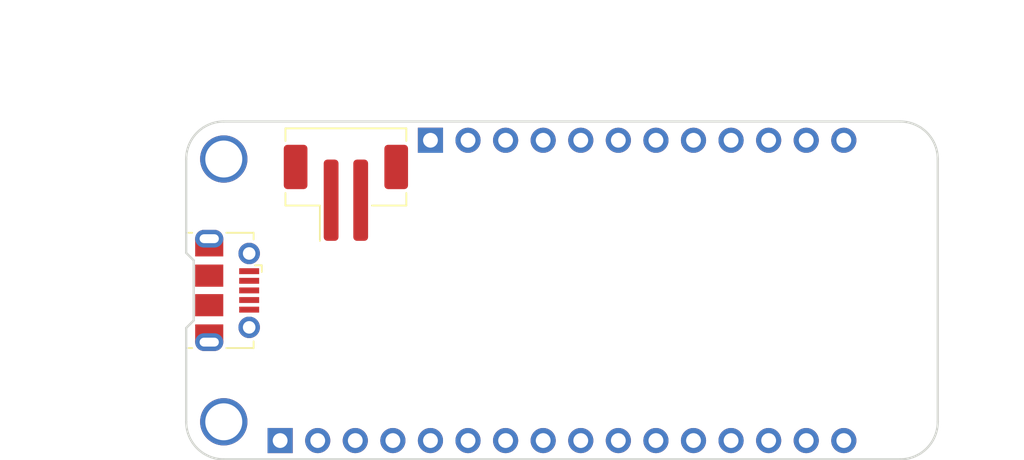
<source format=kicad_pcb>
(kicad_pcb (version 20171130) (host pcbnew "(5.1.9-0-10_14)")

  (general
    (thickness 1.6)
    (drawings 15)
    (tracks 0)
    (zones 0)
    (modules 8)
    (nets 32)
  )

  (page A4)
  (layers
    (0 F.Cu signal)
    (31 B.Cu signal)
    (32 B.Adhes user)
    (33 F.Adhes user)
    (34 B.Paste user)
    (35 F.Paste user)
    (36 B.SilkS user)
    (37 F.SilkS user)
    (38 B.Mask user)
    (39 F.Mask user)
    (40 Dwgs.User user)
    (41 Cmts.User user hide)
    (42 Eco1.User user)
    (43 Eco2.User user)
    (44 Edge.Cuts user)
    (45 Margin user)
    (46 B.CrtYd user)
    (47 F.CrtYd user)
    (48 B.Fab user)
    (49 F.Fab user)
  )

  (setup
    (last_trace_width 0.25)
    (trace_clearance 0.2)
    (zone_clearance 0.508)
    (zone_45_only no)
    (trace_min 0.2)
    (via_size 0.8)
    (via_drill 0.4)
    (via_min_size 0.4)
    (via_min_drill 0.3)
    (uvia_size 0.3)
    (uvia_drill 0.1)
    (uvias_allowed no)
    (uvia_min_size 0.2)
    (uvia_min_drill 0.1)
    (edge_width 0.05)
    (segment_width 0.2)
    (pcb_text_width 0.3)
    (pcb_text_size 1.5 1.5)
    (mod_edge_width 0.12)
    (mod_text_size 1 1)
    (mod_text_width 0.15)
    (pad_size 3.2 3.2)
    (pad_drill 2.5)
    (pad_to_mask_clearance 0.051)
    (solder_mask_min_width 0.25)
    (aux_axis_origin 0 0)
    (visible_elements FFFFF77F)
    (pcbplotparams
      (layerselection 0x010fc_ffffffff)
      (usegerberextensions false)
      (usegerberattributes false)
      (usegerberadvancedattributes false)
      (creategerberjobfile false)
      (excludeedgelayer true)
      (linewidth 0.100000)
      (plotframeref false)
      (viasonmask false)
      (mode 1)
      (useauxorigin false)
      (hpglpennumber 1)
      (hpglpenspeed 20)
      (hpglpendiameter 15.000000)
      (psnegative false)
      (psa4output false)
      (plotreference true)
      (plotvalue true)
      (plotinvisibletext false)
      (padsonsilk false)
      (subtractmaskfromsilk false)
      (outputformat 1)
      (mirror false)
      (drillshape 1)
      (scaleselection 1)
      (outputdirectory ""))
  )

  (net 0 "")
  (net 1 "Net-(J2-Pad3)")
  (net 2 "Net-(J2-Pad4)")
  (net 3 "Net-(J2-Pad2)")
  (net 4 +BATT)
  (net 5 GND)
  (net 6 VBUS)
  (net 7 /MISC)
  (net 8 /TX)
  (net 9 /RX)
  (net 10 /MISO)
  (net 11 /MOSI)
  (net 12 /SCK)
  (net 13 /A5)
  (net 14 /A4)
  (net 15 /A3)
  (net 16 /A2)
  (net 17 /A1)
  (net 18 /A0)
  (net 19 /Aref)
  (net 20 +3V3)
  (net 21 /~RST~)
  (net 22 /SDA)
  (net 23 /SCL)
  (net 24 /GPIO05)
  (net 25 /GPIO06)
  (net 26 /GPIO09)
  (net 27 /GPIO10)
  (net 28 /GPIO11)
  (net 29 /GPIO12)
  (net 30 /GPIO13)
  (net 31 /EN)

  (net_class Default "This is the default net class."
    (clearance 0.2)
    (trace_width 0.25)
    (via_dia 0.8)
    (via_drill 0.4)
    (uvia_dia 0.3)
    (uvia_drill 0.1)
    (add_net +3V3)
    (add_net +BATT)
    (add_net /A0)
    (add_net /A1)
    (add_net /A2)
    (add_net /A3)
    (add_net /A4)
    (add_net /A5)
    (add_net /Aref)
    (add_net /EN)
    (add_net /GPIO05)
    (add_net /GPIO06)
    (add_net /GPIO09)
    (add_net /GPIO10)
    (add_net /GPIO11)
    (add_net /GPIO12)
    (add_net /GPIO13)
    (add_net /MISC)
    (add_net /MISO)
    (add_net /MOSI)
    (add_net /RX)
    (add_net /SCK)
    (add_net /SCL)
    (add_net /SDA)
    (add_net /TX)
    (add_net /~RST~)
    (add_net GND)
    (add_net "Net-(J2-Pad2)")
    (add_net "Net-(J2-Pad3)")
    (add_net "Net-(J2-Pad4)")
    (add_net VBUS)
  )

  (module Connector_JST:JST_PH_B2B-PH-SM4-TB_1x02-1MP_P2.00mm_Vertical (layer F.Cu) (tedit 5B78AD87) (tstamp 5D53D682)
    (at 137.795 86.106)
    (descr "JST PH series connector, B2B-PH-SM4-TB (http://www.jst-mfg.com/product/pdf/eng/ePH.pdf), generated with kicad-footprint-generator")
    (tags "connector JST PH side entry")
    (path /5D4DC9A5)
    (attr smd)
    (fp_text reference J1 (at 0 -5.45) (layer F.SilkS) hide
      (effects (font (size 1 1) (thickness 0.15)))
    )
    (fp_text value Conn_Battery (at 0 4.45) (layer F.Fab) hide
      (effects (font (size 1 1) (thickness 0.15)))
    )
    (fp_line (start -3.975 0.75) (end 3.975 0.75) (layer F.Fab) (width 0.1))
    (fp_line (start -4.085 0.01) (end -4.085 0.86) (layer F.SilkS) (width 0.12))
    (fp_line (start -4.085 0.86) (end -1.76 0.86) (layer F.SilkS) (width 0.12))
    (fp_line (start -1.76 0.86) (end -1.76 3.25) (layer F.SilkS) (width 0.12))
    (fp_line (start 4.085 0.01) (end 4.085 0.86) (layer F.SilkS) (width 0.12))
    (fp_line (start 4.085 0.86) (end 1.76 0.86) (layer F.SilkS) (width 0.12))
    (fp_line (start -4.085 -3.51) (end -4.085 -4.36) (layer F.SilkS) (width 0.12))
    (fp_line (start -4.085 -4.36) (end 4.085 -4.36) (layer F.SilkS) (width 0.12))
    (fp_line (start 4.085 -4.36) (end 4.085 -3.51) (layer F.SilkS) (width 0.12))
    (fp_line (start -3.975 -4.25) (end 3.975 -4.25) (layer F.Fab) (width 0.1))
    (fp_line (start -3.975 0.75) (end -3.975 -4.25) (layer F.Fab) (width 0.1))
    (fp_line (start 3.975 0.75) (end 3.975 -4.25) (layer F.Fab) (width 0.1))
    (fp_line (start -1.25 -2.75) (end -1.25 -2.25) (layer F.Fab) (width 0.1))
    (fp_line (start -1.25 -2.25) (end -0.75 -2.25) (layer F.Fab) (width 0.1))
    (fp_line (start -0.75 -2.25) (end -0.75 -2.75) (layer F.Fab) (width 0.1))
    (fp_line (start -0.75 -2.75) (end -1.25 -2.75) (layer F.Fab) (width 0.1))
    (fp_line (start 0.75 -2.75) (end 0.75 -2.25) (layer F.Fab) (width 0.1))
    (fp_line (start 0.75 -2.25) (end 1.25 -2.25) (layer F.Fab) (width 0.1))
    (fp_line (start 1.25 -2.25) (end 1.25 -2.75) (layer F.Fab) (width 0.1))
    (fp_line (start 1.25 -2.75) (end 0.75 -2.75) (layer F.Fab) (width 0.1))
    (fp_line (start -4.7 -4.75) (end -4.7 3.75) (layer F.CrtYd) (width 0.05))
    (fp_line (start -4.7 3.75) (end 4.7 3.75) (layer F.CrtYd) (width 0.05))
    (fp_line (start 4.7 3.75) (end 4.7 -4.75) (layer F.CrtYd) (width 0.05))
    (fp_line (start 4.7 -4.75) (end -4.7 -4.75) (layer F.CrtYd) (width 0.05))
    (fp_line (start -1.5 0.75) (end -1 0.042893) (layer F.Fab) (width 0.1))
    (fp_line (start -1 0.042893) (end -0.5 0.75) (layer F.Fab) (width 0.1))
    (fp_text user %R (at 0 -1) (layer F.Fab) hide
      (effects (font (size 1 1) (thickness 0.15)))
    )
    (pad MP smd roundrect (at 3.4 -1.75) (size 1.6 3) (layers F.Cu F.Paste F.Mask) (roundrect_rratio 0.15625))
    (pad MP smd roundrect (at -3.4 -1.75) (size 1.6 3) (layers F.Cu F.Paste F.Mask) (roundrect_rratio 0.15625))
    (pad 2 smd roundrect (at 1 0.5) (size 1 5.5) (layers F.Cu F.Paste F.Mask) (roundrect_rratio 0.25)
      (net 4 +BATT))
    (pad 1 smd roundrect (at -1 0.5) (size 1 5.5) (layers F.Cu F.Paste F.Mask) (roundrect_rratio 0.25)
      (net 5 GND))
    (model ${KISYS3DMOD}/Connector_JST.3dshapes/JST_PH_B2B-PH-SM4-TB_1x02-1MP_P2.00mm_Vertical.wrl
      (at (xyz 0 0 0))
      (scale (xyz 1 1 1))
      (rotate (xyz 0 0 0))
    )
  )

  (module Connector_USB:USB_Micro-B_Molex-105017-0001 locked (layer F.Cu) (tedit 5A1DC0BE) (tstamp 5D4E12BF)
    (at 129.794 92.71 270)
    (descr http://www.molex.com/pdm_docs/sd/1050170001_sd.pdf)
    (tags "Micro-USB SMD Typ-B")
    (path /5D4D715B)
    (attr smd)
    (fp_text reference J2 (at 0 -3.1125 90) (layer F.SilkS) hide
      (effects (font (size 1 1) (thickness 0.15)))
    )
    (fp_text value USB_B_Micro (at 0.3 4.3375 90) (layer F.Fab) hide
      (effects (font (size 1 1) (thickness 0.15)))
    )
    (fp_line (start -4.4 3.64) (end 4.4 3.64) (layer F.CrtYd) (width 0.05))
    (fp_line (start 4.4 -2.46) (end 4.4 3.64) (layer F.CrtYd) (width 0.05))
    (fp_line (start -4.4 -2.46) (end 4.4 -2.46) (layer F.CrtYd) (width 0.05))
    (fp_line (start -4.4 3.64) (end -4.4 -2.46) (layer F.CrtYd) (width 0.05))
    (fp_line (start -3.9 -1.7625) (end -3.45 -1.7625) (layer F.SilkS) (width 0.12))
    (fp_line (start -3.9 0.0875) (end -3.9 -1.7625) (layer F.SilkS) (width 0.12))
    (fp_line (start 3.9 2.6375) (end 3.9 2.3875) (layer F.SilkS) (width 0.12))
    (fp_line (start 3.75 3.3875) (end 3.75 -1.6125) (layer F.Fab) (width 0.1))
    (fp_line (start -3 2.689204) (end 3 2.689204) (layer F.Fab) (width 0.1))
    (fp_line (start -3.75 3.389204) (end 3.75 3.389204) (layer F.Fab) (width 0.1))
    (fp_line (start -3.75 -1.6125) (end 3.75 -1.6125) (layer F.Fab) (width 0.1))
    (fp_line (start -3.75 3.3875) (end -3.75 -1.6125) (layer F.Fab) (width 0.1))
    (fp_line (start -3.9 2.6375) (end -3.9 2.3875) (layer F.SilkS) (width 0.12))
    (fp_line (start 3.9 0.0875) (end 3.9 -1.7625) (layer F.SilkS) (width 0.12))
    (fp_line (start 3.9 -1.7625) (end 3.45 -1.7625) (layer F.SilkS) (width 0.12))
    (fp_line (start -1.7 -2.3125) (end -1.25 -2.3125) (layer F.SilkS) (width 0.12))
    (fp_line (start -1.7 -2.3125) (end -1.7 -1.8625) (layer F.SilkS) (width 0.12))
    (fp_line (start -1.3 -1.7125) (end -1.5 -1.9125) (layer F.Fab) (width 0.1))
    (fp_line (start -1.1 -1.9125) (end -1.3 -1.7125) (layer F.Fab) (width 0.1))
    (fp_line (start -1.5 -2.1225) (end -1.1 -2.1225) (layer F.Fab) (width 0.1))
    (fp_line (start -1.5 -2.1225) (end -1.5 -1.9125) (layer F.Fab) (width 0.1))
    (fp_line (start -1.1 -2.1225) (end -1.1 -1.9125) (layer F.Fab) (width 0.1))
    (fp_text user %R (at 0 0.8875 90) (layer F.Fab) hide
      (effects (font (size 1 1) (thickness 0.15)))
    )
    (fp_text user "PCB Edge" (at 0 2.6875 90) (layer Dwgs.User)
      (effects (font (size 0.5 0.5) (thickness 0.08)))
    )
    (pad 6 smd rect (at -2.9 1.2375 270) (size 1.2 1.9) (layers F.Cu F.Mask)
      (net 5 GND))
    (pad 6 smd rect (at 2.9 1.2375 270) (size 1.2 1.9) (layers F.Cu F.Mask)
      (net 5 GND))
    (pad 6 thru_hole oval (at 3.5 1.2375 270) (size 1.2 1.9) (drill oval 0.6 1.3) (layers *.Cu *.Mask)
      (net 5 GND))
    (pad 6 thru_hole oval (at -3.5 1.2375 90) (size 1.2 1.9) (drill oval 0.6 1.3) (layers *.Cu *.Mask)
      (net 5 GND))
    (pad 6 smd rect (at -1 1.2375 270) (size 1.5 1.9) (layers F.Cu F.Paste F.Mask)
      (net 5 GND))
    (pad 6 thru_hole circle (at 2.5 -1.4625 270) (size 1.45 1.45) (drill 0.85) (layers *.Cu *.Mask)
      (net 5 GND))
    (pad 3 smd rect (at 0 -1.4625 270) (size 0.4 1.35) (layers F.Cu F.Paste F.Mask)
      (net 1 "Net-(J2-Pad3)"))
    (pad 4 smd rect (at 0.65 -1.4625 270) (size 0.4 1.35) (layers F.Cu F.Paste F.Mask)
      (net 2 "Net-(J2-Pad4)"))
    (pad 5 smd rect (at 1.3 -1.4625 270) (size 0.4 1.35) (layers F.Cu F.Paste F.Mask)
      (net 5 GND))
    (pad 1 smd rect (at -1.3 -1.4625 270) (size 0.4 1.35) (layers F.Cu F.Paste F.Mask)
      (net 6 VBUS))
    (pad 2 smd rect (at -0.65 -1.4625 270) (size 0.4 1.35) (layers F.Cu F.Paste F.Mask)
      (net 3 "Net-(J2-Pad2)"))
    (pad 6 thru_hole circle (at -2.5 -1.4625 270) (size 1.45 1.45) (drill 0.85) (layers *.Cu *.Mask)
      (net 5 GND))
    (pad 6 smd rect (at 1 1.2375 270) (size 1.5 1.9) (layers F.Cu F.Paste F.Mask)
      (net 5 GND))
    (model ${KISYS3DMOD}/Connector_USB.3dshapes/USB_Micro-B_Molex-105017-0001.wrl
      (at (xyz 0 0 0))
      (scale (xyz 1 1 1))
      (rotate (xyz 0 0 0))
    )
  )

  (module MountingHole:MountingHole_2.5mm_Pad locked (layer F.Cu) (tedit 5D4D8656) (tstamp 5D4E0263)
    (at 129.54 83.82)
    (descr "Mounting Hole 2.5mm")
    (tags "mounting hole 2.5mm")
    (attr virtual)
    (fp_text reference REF** (at 0 -3.5) (layer F.SilkS) hide
      (effects (font (size 1 1) (thickness 0.15)))
    )
    (fp_text value MountingHole_2.5mm_Pad (at 0 3.5) (layer F.Fab) hide
      (effects (font (size 1 1) (thickness 0.15)))
    )
    (fp_text user %R (at 0.3 0) (layer F.Fab) hide
      (effects (font (size 1 1) (thickness 0.15)))
    )
    (pad "" thru_hole circle (at 0 0) (size 3.2 3.2) (drill 2.5) (layers *.Cu *.Mask))
  )

  (module MountingHole:MountingHole_2.5mm_Pad locked (layer F.Cu) (tedit 5D4D8651) (tstamp 5D4E00FA)
    (at 129.54 101.6)
    (descr "Mounting Hole 2.5mm")
    (tags "mounting hole 2.5mm")
    (attr virtual)
    (fp_text reference REF** (at 0 -3.5) (layer F.SilkS) hide
      (effects (font (size 1 1) (thickness 0.15)))
    )
    (fp_text value MountingHole_2.5mm_Pad (at 0 3.5) (layer F.Fab) hide
      (effects (font (size 1 1) (thickness 0.15)))
    )
    (fp_text user %R (at 0.3 0) (layer F.Fab) hide
      (effects (font (size 1 1) (thickness 0.15)))
    )
    (pad "" thru_hole circle (at 0 0) (size 3.2 3.2) (drill 2.5) (layers *.Cu *.Mask))
  )

  (module MountingHole:MountingHole_2.2mm_M2 locked (layer F.Cu) (tedit 5D4D864B) (tstamp 5D4E0624)
    (at 175.26 102.235)
    (descr "Mounting Hole 2.2mm, no annular, M2")
    (tags "mounting hole 2.2mm no annular m2")
    (attr virtual)
    (fp_text reference REF** (at 0 -3.2) (layer F.SilkS) hide
      (effects (font (size 1 1) (thickness 0.15)))
    )
    (fp_text value MountingHole_2.2mm_M2 (at 0 3.2) (layer F.Fab) hide
      (effects (font (size 1 1) (thickness 0.15)))
    )
    (fp_text user %R (at 0.3 0) (layer F.Fab) hide
      (effects (font (size 1 1) (thickness 0.15)))
    )
    (pad 1 np_thru_hole circle (at 0 0) (size 2.2 2.2) (drill 2.2) (layers *.Cu *.Mask))
  )

  (module MountingHole:MountingHole_2.2mm_M2 locked (layer F.Cu) (tedit 5D4D8641) (tstamp 5D4E05EF)
    (at 175.26 83.185)
    (descr "Mounting Hole 2.2mm, no annular, M2")
    (tags "mounting hole 2.2mm no annular m2")
    (attr virtual)
    (fp_text reference REF** (at 0 -3.2) (layer F.SilkS) hide
      (effects (font (size 1 1) (thickness 0.15)))
    )
    (fp_text value MountingHole_2.2mm_M2 (at 0 3.2) (layer F.Fab) hide
      (effects (font (size 1 1) (thickness 0.15)))
    )
    (fp_text user %R (at 0.3 0) (layer F.Fab) hide
      (effects (font (size 1 1) (thickness 0.15)))
    )
    (pad 1 np_thru_hole circle (at 0 0) (size 2.2 2.2) (drill 2.2) (layers *.Cu *.Mask))
  )

  (module Connector_PinSocket_2.54mm:PinSocket_1x12_P2.54mm_Vertical (layer F.Cu) (tedit 5D4D8634) (tstamp 5D4E07D8)
    (at 143.51 82.55 90)
    (descr "Through hole straight socket strip, 1x12, 2.54mm pitch, single row (from Kicad 4.0.7), script generated")
    (tags "Through hole socket strip THT 1x12 2.54mm single row")
    (path /5D4E69E8)
    (fp_text reference J4 (at 0 -2.77 90) (layer F.SilkS) hide
      (effects (font (size 1 1) (thickness 0.15)))
    )
    (fp_text value Conn_Right (at 0 30.71 90) (layer F.Fab) hide
      (effects (font (size 1 1) (thickness 0.15)))
    )
    (fp_line (start -1.27 -1.27) (end 0.635 -1.27) (layer F.Fab) (width 0.1))
    (fp_line (start 0.635 -1.27) (end 1.27 -0.635) (layer F.Fab) (width 0.1))
    (fp_line (start 1.27 -0.635) (end 1.27 29.21) (layer F.Fab) (width 0.1))
    (fp_line (start 1.27 29.21) (end -1.27 29.21) (layer F.Fab) (width 0.1))
    (fp_line (start -1.27 29.21) (end -1.27 -1.27) (layer F.Fab) (width 0.1))
    (fp_text user %R (at 0 13.97 180) (layer F.Fab) hide
      (effects (font (size 1 1) (thickness 0.15)))
    )
    (pad 12 thru_hole oval (at 0 27.94 90) (size 1.7 1.7) (drill 1) (layers *.Cu *.Mask)
      (net 22 /SDA))
    (pad 11 thru_hole oval (at 0 25.4 90) (size 1.7 1.7) (drill 1) (layers *.Cu *.Mask)
      (net 23 /SCL))
    (pad 10 thru_hole oval (at 0 22.86 90) (size 1.7 1.7) (drill 1) (layers *.Cu *.Mask)
      (net 24 /GPIO05))
    (pad 9 thru_hole oval (at 0 20.32 90) (size 1.7 1.7) (drill 1) (layers *.Cu *.Mask)
      (net 25 /GPIO06))
    (pad 8 thru_hole oval (at 0 17.78 90) (size 1.7 1.7) (drill 1) (layers *.Cu *.Mask)
      (net 26 /GPIO09))
    (pad 7 thru_hole oval (at 0 15.24 90) (size 1.7 1.7) (drill 1) (layers *.Cu *.Mask)
      (net 27 /GPIO10))
    (pad 6 thru_hole oval (at 0 12.7 90) (size 1.7 1.7) (drill 1) (layers *.Cu *.Mask)
      (net 28 /GPIO11))
    (pad 5 thru_hole oval (at 0 10.16 90) (size 1.7 1.7) (drill 1) (layers *.Cu *.Mask)
      (net 29 /GPIO12))
    (pad 4 thru_hole oval (at 0 7.62 90) (size 1.7 1.7) (drill 1) (layers *.Cu *.Mask)
      (net 30 /GPIO13))
    (pad 3 thru_hole oval (at 0 5.08 90) (size 1.7 1.7) (drill 1) (layers *.Cu *.Mask)
      (net 6 VBUS))
    (pad 2 thru_hole oval (at 0 2.54 90) (size 1.7 1.7) (drill 1) (layers *.Cu *.Mask)
      (net 31 /EN))
    (pad 1 thru_hole rect (at 0 0 90) (size 1.7 1.7) (drill 1) (layers *.Cu *.Mask)
      (net 4 +BATT))
    (model ${KISYS3DMOD}/Connector_PinSocket_2.54mm.3dshapes/PinSocket_1x12_P2.54mm_Vertical.wrl
      (at (xyz 0 0 0))
      (scale (xyz 1 1 1))
      (rotate (xyz 0 0 0))
    )
  )

  (module Connector_PinSocket_2.54mm:PinSocket_1x16_P2.54mm_Vertical (layer F.Cu) (tedit 5D4D85F8) (tstamp 5D4E07B8)
    (at 133.35 102.87 90)
    (descr "Through hole straight socket strip, 1x16, 2.54mm pitch, single row (from Kicad 4.0.7), script generated")
    (tags "Through hole socket strip THT 1x16 2.54mm single row")
    (path /5D4E7BAF)
    (fp_text reference J3 (at 0 -2.77 90) (layer F.SilkS) hide
      (effects (font (size 1 1) (thickness 0.15)))
    )
    (fp_text value Conn_Left (at 0 40.87 90) (layer F.Fab) hide
      (effects (font (size 1 1) (thickness 0.15)))
    )
    (fp_line (start -1.27 -1.27) (end 0.635 -1.27) (layer F.Fab) (width 0.1))
    (fp_line (start 0.635 -1.27) (end 1.27 -0.635) (layer F.Fab) (width 0.1))
    (fp_line (start 1.27 -0.635) (end 1.27 39.37) (layer F.Fab) (width 0.1))
    (fp_line (start 1.27 39.37) (end -1.27 39.37) (layer F.Fab) (width 0.1))
    (fp_line (start -1.27 39.37) (end -1.27 -1.27) (layer F.Fab) (width 0.1))
    (fp_text user %R (at 0 19.05 180) (layer F.Fab) hide
      (effects (font (size 1 1) (thickness 0.15)))
    )
    (pad 16 thru_hole oval (at 0 38.1 90) (size 1.7 1.7) (drill 1) (layers *.Cu *.Mask)
      (net 7 /MISC))
    (pad 15 thru_hole oval (at 0 35.56 90) (size 1.7 1.7) (drill 1) (layers *.Cu *.Mask)
      (net 8 /TX))
    (pad 14 thru_hole oval (at 0 33.02 90) (size 1.7 1.7) (drill 1) (layers *.Cu *.Mask)
      (net 9 /RX))
    (pad 13 thru_hole oval (at 0 30.48 90) (size 1.7 1.7) (drill 1) (layers *.Cu *.Mask)
      (net 10 /MISO))
    (pad 12 thru_hole oval (at 0 27.94 90) (size 1.7 1.7) (drill 1) (layers *.Cu *.Mask)
      (net 11 /MOSI))
    (pad 11 thru_hole oval (at 0 25.4 90) (size 1.7 1.7) (drill 1) (layers *.Cu *.Mask)
      (net 12 /SCK))
    (pad 10 thru_hole oval (at 0 22.86 90) (size 1.7 1.7) (drill 1) (layers *.Cu *.Mask)
      (net 13 /A5))
    (pad 9 thru_hole oval (at 0 20.32 90) (size 1.7 1.7) (drill 1) (layers *.Cu *.Mask)
      (net 14 /A4))
    (pad 8 thru_hole oval (at 0 17.78 90) (size 1.7 1.7) (drill 1) (layers *.Cu *.Mask)
      (net 15 /A3))
    (pad 7 thru_hole oval (at 0 15.24 90) (size 1.7 1.7) (drill 1) (layers *.Cu *.Mask)
      (net 16 /A2))
    (pad 6 thru_hole oval (at 0 12.7 90) (size 1.7 1.7) (drill 1) (layers *.Cu *.Mask)
      (net 17 /A1))
    (pad 5 thru_hole oval (at 0 10.16 90) (size 1.7 1.7) (drill 1) (layers *.Cu *.Mask)
      (net 18 /A0))
    (pad 4 thru_hole oval (at 0 7.62 90) (size 1.7 1.7) (drill 1) (layers *.Cu *.Mask)
      (net 5 GND))
    (pad 3 thru_hole oval (at 0 5.08 90) (size 1.7 1.7) (drill 1) (layers *.Cu *.Mask)
      (net 19 /Aref))
    (pad 2 thru_hole oval (at 0 2.54 90) (size 1.7 1.7) (drill 1) (layers *.Cu *.Mask)
      (net 20 +3V3))
    (pad 1 thru_hole rect (at 0 0 90) (size 1.7 1.7) (drill 1) (layers *.Cu *.Mask)
      (net 21 /~RST~))
    (model ${KISYS3DMOD}/Connector_PinSocket_2.54mm.3dshapes/PinSocket_1x16_P2.54mm_Vertical.wrl
      (at (xyz 0 0 0))
      (scale (xyz 1 1 1))
      (rotate (xyz 0 0 0))
    )
  )

  (dimension 20.32 (width 0.15) (layer Dwgs.User)
    (gr_text "20.320 mm" (at 182.275 92.71 90) (layer Dwgs.User)
      (effects (font (size 1 1) (thickness 0.15)))
    )
    (feature1 (pts (xy 171.45 82.55) (xy 181.561421 82.55)))
    (feature2 (pts (xy 171.45 102.87) (xy 181.561421 102.87)))
    (crossbar (pts (xy 180.975 102.87) (xy 180.975 82.55)))
    (arrow1a (pts (xy 180.975 82.55) (xy 181.561421 83.676504)))
    (arrow1b (pts (xy 180.975 82.55) (xy 180.388579 83.676504)))
    (arrow2a (pts (xy 180.975 102.87) (xy 181.561421 101.743496)))
    (arrow2b (pts (xy 180.975 102.87) (xy 180.388579 101.743496)))
  )
  (dimension 50.8 (width 0.15) (layer Dwgs.User)
    (gr_text "2.0000 in" (at 152.4 73.757) (layer Dwgs.User)
      (effects (font (size 1 1) (thickness 0.15)))
    )
    (feature1 (pts (xy 177.8 78.74) (xy 177.8 74.470579)))
    (feature2 (pts (xy 127 78.74) (xy 127 74.470579)))
    (crossbar (pts (xy 127 75.057) (xy 177.8 75.057)))
    (arrow1a (pts (xy 177.8 75.057) (xy 176.673496 75.643421)))
    (arrow1b (pts (xy 177.8 75.057) (xy 176.673496 74.470579)))
    (arrow2a (pts (xy 127 75.057) (xy 128.126504 75.643421)))
    (arrow2b (pts (xy 127 75.057) (xy 128.126504 74.470579)))
  )
  (dimension 22.86 (width 0.15) (layer Dwgs.User)
    (gr_text "0.9000 in" (at 118.08 92.71 270) (layer Dwgs.User)
      (effects (font (size 1 1) (thickness 0.15)))
    )
    (feature1 (pts (xy 124.46 104.14) (xy 118.793579 104.14)))
    (feature2 (pts (xy 124.46 81.28) (xy 118.793579 81.28)))
    (crossbar (pts (xy 119.38 81.28) (xy 119.38 104.14)))
    (arrow1a (pts (xy 119.38 104.14) (xy 118.793579 103.013496)))
    (arrow1b (pts (xy 119.38 104.14) (xy 119.966421 103.013496)))
    (arrow2a (pts (xy 119.38 81.28) (xy 118.793579 82.406504)))
    (arrow2b (pts (xy 119.38 81.28) (xy 119.966421 82.406504)))
  )
  (gr_arc (start 129.54 101.6) (end 127 101.6) (angle -90) (layer Edge.Cuts) (width 0.15) (tstamp 5D4D9C62))
  (gr_line (start 127 95.25) (end 127 101.6) (layer Edge.Cuts) (width 0.15) (tstamp 5D4D9C61))
  (gr_line (start 127.508 94.742) (end 127 95.25) (layer Edge.Cuts) (width 0.15) (tstamp 5D4D9C60))
  (gr_line (start 127.508 90.678) (end 127.508 94.742) (layer Edge.Cuts) (width 0.15) (tstamp 5D4D9C5F))
  (gr_line (start 127 90.17) (end 127.508 90.678) (layer Edge.Cuts) (width 0.15) (tstamp 5D4D9C5E))
  (gr_line (start 127 83.82) (end 127 90.17) (layer Edge.Cuts) (width 0.15) (tstamp 5D4D9C5D))
  (gr_arc (start 129.54 83.82) (end 129.54 81.28) (angle -90) (layer Edge.Cuts) (width 0.15) (tstamp 5D4D9C58))
  (gr_arc (start 175.26 101.6) (end 175.26 104.14) (angle -90) (layer Edge.Cuts) (width 0.15) (tstamp 5D4D9C57))
  (gr_line (start 175.26 81.28) (end 129.54 81.28) (layer Edge.Cuts) (width 0.15) (tstamp 5D4D9C56))
  (gr_arc (start 175.26 83.82) (end 177.8 83.82) (angle -90) (layer Edge.Cuts) (width 0.15) (tstamp 5D4D9C55))
  (gr_line (start 129.54 104.14) (end 175.26 104.14) (layer Edge.Cuts) (width 0.15) (tstamp 5D4D9C54))
  (gr_line (start 177.8 101.6) (end 177.8 83.82) (layer Edge.Cuts) (width 0.15) (tstamp 5D4DBB23))

)

</source>
